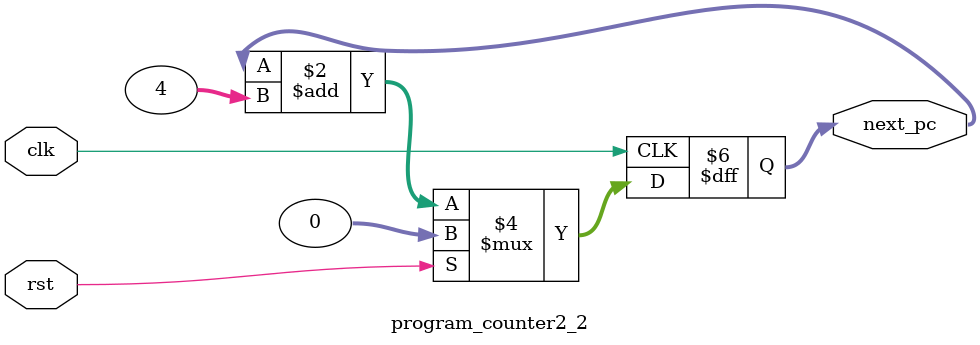
<source format=v>
module program_counter2_2 (next_pc,rst,clk);
	output [0:31] next_pc;
	input clk;
	input rst;
	reg [0:31] next_pc;		
	always @(posedge clk)
	begin
		if(rst)
		begin
			next_pc<=32'd0;
		end
		else
		begin
			next_pc<=next_pc+32'd4;
		end
	end
endmodule
</source>
